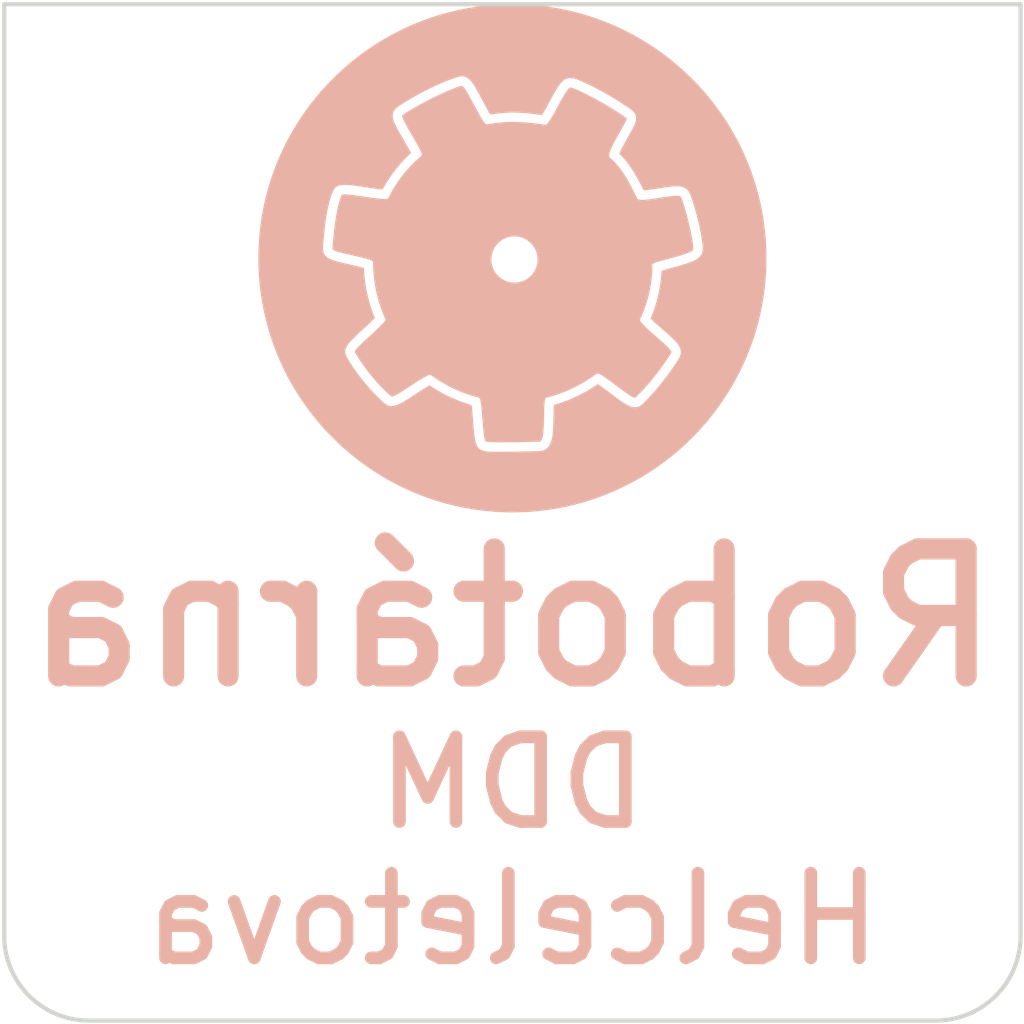
<source format=kicad_pcb>
(kicad_pcb (version 20171130) (host pcbnew 5.1.10-88a1d61d58~88~ubuntu20.04.1)

  (general
    (thickness 1.6)
    (drawings 9)
    (tracks 0)
    (zones 0)
    (modules 1)
    (nets 1)
  )

  (page A4)
  (layers
    (0 F.Cu signal)
    (31 B.Cu signal)
    (32 B.Adhes user)
    (33 F.Adhes user)
    (34 B.Paste user)
    (35 F.Paste user)
    (36 B.SilkS user)
    (37 F.SilkS user)
    (38 B.Mask user)
    (39 F.Mask user)
    (40 Dwgs.User user)
    (41 Cmts.User user)
    (42 Eco1.User user)
    (43 Eco2.User user)
    (44 Edge.Cuts user)
    (45 Margin user)
    (46 B.CrtYd user)
    (47 F.CrtYd user)
    (48 B.Fab user)
    (49 F.Fab user)
  )

  (setup
    (last_trace_width 0.25)
    (trace_clearance 0.2)
    (zone_clearance 0.508)
    (zone_45_only no)
    (trace_min 0.2)
    (via_size 0.8)
    (via_drill 0.4)
    (via_min_size 0.4)
    (via_min_drill 0.3)
    (uvia_size 0.3)
    (uvia_drill 0.1)
    (uvias_allowed no)
    (uvia_min_size 0.2)
    (uvia_min_drill 0.1)
    (edge_width 0.05)
    (segment_width 0.2)
    (pcb_text_width 0.3)
    (pcb_text_size 1.5 1.5)
    (mod_edge_width 0.12)
    (mod_text_size 1 1)
    (mod_text_width 0.15)
    (pad_size 1.524 1.524)
    (pad_drill 0.762)
    (pad_to_mask_clearance 0)
    (aux_axis_origin 0 0)
    (visible_elements FFFFFF7F)
    (pcbplotparams
      (layerselection 0x010fc_ffffffff)
      (usegerberextensions false)
      (usegerberattributes true)
      (usegerberadvancedattributes true)
      (creategerberjobfile true)
      (excludeedgelayer true)
      (linewidth 0.100000)
      (plotframeref false)
      (viasonmask false)
      (mode 1)
      (useauxorigin false)
      (hpglpennumber 1)
      (hpglpenspeed 20)
      (hpglpendiameter 15.000000)
      (psnegative false)
      (psa4output false)
      (plotreference true)
      (plotvalue true)
      (plotinvisibletext false)
      (padsonsilk false)
      (subtractmaskfromsilk false)
      (outputformat 1)
      (mirror false)
      (drillshape 1)
      (scaleselection 1)
      (outputdirectory ""))
  )

  (net 0 "")

  (net_class Default "This is the default net class."
    (clearance 0.2)
    (trace_width 0.25)
    (via_dia 0.8)
    (via_drill 0.4)
    (uvia_dia 0.3)
    (uvia_drill 0.1)
  )

  (module RoboCamp:RobotarnaLogo-6mm (layer B.Cu) (tedit 5FD6798D) (tstamp 60C0310A)
    (at 150 91)
    (descr "Imported from /home/xmrazek7/Stažené/robotarna_logo_pcb.svg")
    (tags svg2mod)
    (attr virtual)
    (fp_text reference svg2mod (at 0 6.048024) (layer B.SilkS) hide
      (effects (font (size 1.524 1.524) (thickness 0.3048)) (justify mirror))
    )
    (fp_text value G*** (at 0 -6.048024) (layer B.SilkS) hide
      (effects (font (size 1.524 1.524) (thickness 0.3048)) (justify mirror))
    )
    (fp_poly (pts (xy -0.189086 2.172622) (xy -0.248619 0.013868) (xy -0.244221 -0.035179) (xy -0.231546 -0.081341)
      (xy -0.211363 -0.123849) (xy -0.184443 -0.161931) (xy -0.151557 -0.194817) (xy -0.113474 -0.221737)
      (xy -0.070967 -0.24192) (xy -0.024805 -0.254595) (xy 0.024242 -0.258991) (xy 0.073288 -0.254595)
      (xy 0.119451 -0.24192) (xy 0.161958 -0.221737) (xy 0.20004 -0.194817) (xy 0.232927 -0.161931)
      (xy 0.259847 -0.123849) (xy 0.28003 -0.081341) (xy 0.292705 -0.035179) (xy 0.297102 0.013868)
      (xy 0.292706 0.062915) (xy 0.280031 0.109078) (xy 0.259848 0.151586) (xy 0.232928 0.189668)
      (xy 0.200041 0.222555) (xy 0.161959 0.249475) (xy 0.119451 0.269658) (xy 0.073289 0.282333)
      (xy 0.024242 0.28673) (xy -0.024805 0.282333) (xy -0.070968 0.269658) (xy -0.113475 0.249475)
      (xy -0.151558 0.222555) (xy -0.184444 0.189668) (xy -0.211364 0.151586) (xy -0.231547 0.109078)
      (xy -0.244222 0.062915) (xy -0.248619 0.013868) (xy -0.189086 2.172622) (xy -0.135651 2.173005)
      (xy -0.078019 2.17281) (xy -0.017967 2.172163) (xy 0.042729 2.171192) (xy 0.102292 2.170022)
      (xy 0.158945 2.168782) (xy 0.210913 2.167596) (xy 0.256417 2.166592) (xy 0.293682 2.165897)
      (xy 0.32093 2.165637) (xy 0.337879 2.157108) (xy 0.350612 2.133341) (xy 0.359778 2.097068)
      (xy 0.366025 2.051018) (xy 0.370001 1.997923) (xy 0.372356 1.940513) (xy 0.373737 1.881519)
      (xy 0.374794 1.823671) (xy 0.376174 1.7697) (xy 0.378527 1.722337) (xy 0.3825 1.684313)
      (xy 0.388743 1.658357) (xy 0.397903 1.647202) (xy 0.447699 1.634116) (xy 0.496994 1.619496)
      (xy 0.545752 1.603356) (xy 0.593942 1.585715) (xy 0.641527 1.566587) (xy 0.688475 1.54599)
      (xy 0.734751 1.523939) (xy 0.780321 1.50045) (xy 0.825151 1.47554) (xy 0.869207 1.449225)
      (xy 0.912456 1.421521) (xy 0.954862 1.392445) (xy 0.996392 1.362013) (xy 1.013334 1.361715)
      (xy 1.041997 1.374635) (xy 1.080023 1.398112) (xy 1.125053 1.429489) (xy 1.174729 1.466104)
      (xy 1.226691 1.505299) (xy 1.27858 1.544413) (xy 1.328039 1.580788) (xy 1.372708 1.611763)
      (xy 1.410229 1.63468) (xy 1.438243 1.646879) (xy 1.454391 1.645699) (xy 1.491331 1.608417)
      (xy 1.527571 1.570487) (xy 1.563104 1.53192) (xy 1.597921 1.492726) (xy 1.632014 1.452915)
      (xy 1.665376 1.412497) (xy 1.697997 1.371483) (xy 1.729871 1.329881) (xy 1.760989 1.287704)
      (xy 1.791342 1.24496) (xy 1.820924 1.20166) (xy 1.849726 1.157814) (xy 1.877739 1.113431)
      (xy 1.875451 1.09719) (xy 1.85774 1.072146) (xy 1.827672 1.040049) (xy 1.788314 1.002648)
      (xy 1.742734 0.961692) (xy 1.693999 0.91893) (xy 1.645176 0.876112) (xy 1.599331 0.834987)
      (xy 1.559533 0.797305) (xy 1.528848 0.764815) (xy 1.510343 0.739265) (xy 1.507085 0.722406)
      (xy 1.528603 0.674946) (xy 1.548451 0.626855) (xy 1.56662 0.578177) (xy 1.583099 0.528957)
      (xy 1.597878 0.479239) (xy 1.610948 0.429068) (xy 1.622299 0.378487) (xy 1.63192 0.327542)
      (xy 1.639802 0.276276) (xy 1.645935 0.224734) (xy 1.650308 0.172961) (xy 1.652913 0.121)
      (xy 1.653738 0.068896) (xy 1.665092 0.060185) (xy 1.696214 0.048632) (xy 1.742692 0.034697)
      (xy 1.800114 0.018839) (xy 1.864068 0.001518) (xy 1.930142 -0.016806) (xy 1.993924 -0.035673)
      (xy 2.051002 -0.054623) (xy 2.096965 -0.073196) (xy 2.1274 -0.090933) (xy 2.137896 -0.107375)
      (xy 2.134463 -0.147706) (xy 2.128781 -0.192143) (xy 2.121114 -0.239886) (xy 2.111727 -0.290134)
      (xy 2.100886 -0.342088) (xy 2.088855 -0.394949) (xy 2.075899 -0.447915) (xy 2.062283 -0.500188)
      (xy 2.048272 -0.550968) (xy 2.034131 -0.599454) (xy 2.020124 -0.644846) (xy 2.006516 -0.686346)
      (xy 1.993573 -0.723153) (xy 1.979249 -0.734445) (xy 1.949479 -0.738833) (xy 1.907322 -0.737688)
      (xy 1.85584 -0.732382) (xy 1.798093 -0.724285) (xy 1.737141 -0.71477) (xy 1.676045 -0.705206)
      (xy 1.617865 -0.696965) (xy 1.565661 -0.691419) (xy 1.522495 -0.689938) (xy 1.491425 -0.693894)
      (xy 1.475514 -0.704658) (xy 1.451599 -0.752047) (xy 1.428453 -0.798038) (xy 1.405655 -0.842694)
      (xy 1.382786 -0.886075) (xy 1.359425 -0.928243) (xy 1.335154 -0.969259) (xy 1.309551 -1.009185)
      (xy 1.282198 -1.048081) (xy 1.252674 -1.08601) (xy 1.220559 -1.123032) (xy 1.185434 -1.159209)
      (xy 1.146879 -1.194603) (xy 1.140976 -1.212326) (xy 1.146451 -1.242417) (xy 1.16113 -1.282298)
      (xy 1.182842 -1.329391) (xy 1.209412 -1.381119) (xy 1.238668 -1.434903) (xy 1.268437 -1.488166)
      (xy 1.296546 -1.53833) (xy 1.320823 -1.582817) (xy 1.339095 -1.619049) (xy 1.349188 -1.644449)
      (xy 1.348931 -1.656438) (xy 1.318491 -1.677945) (xy 1.283065 -1.701824) (xy 1.243361 -1.727615)
      (xy 1.200091 -1.754861) (xy 1.153962 -1.783099) (xy 1.105685 -1.811871) (xy 1.055969 -1.840717)
      (xy 1.005524 -1.869178) (xy 0.955059 -1.896792) (xy 0.905283 -1.923101) (xy 0.856907 -1.947645)
      (xy 0.81064 -1.969964) (xy 0.767191 -1.989598) (xy 0.727269 -2.006088) (xy 0.691585 -2.018973)
      (xy 0.675692 -2.0151) (xy 0.655999 -1.996387) (xy 0.633188 -1.96551) (xy 0.607943 -1.925144)
      (xy 0.580944 -1.877966) (xy 0.552874 -1.826651) (xy 0.524415 -1.773874) (xy 0.49625 -1.722313)
      (xy 0.46906 -1.674643) (xy 0.443527 -1.633539) (xy 0.420334 -1.601677) (xy 0.400163 -1.581733)
      (xy 0.383696 -1.576383) (xy 0.336632 -1.584127) (xy 0.289432 -1.590885) (xy 0.242112 -1.596656)
      (xy 0.194687 -1.60144) (xy 0.147172 -1.605233) (xy 0.099584 -1.608036) (xy 0.051937 -1.609845)
      (xy 0.004247 -1.61066) (xy -0.047376 -1.609923) (xy -0.098925 -1.607578) (xy -0.150364 -1.603628)
      (xy -0.201655 -1.598075) (xy -0.25276 -1.590922) (xy -0.303642 -1.582173) (xy -0.318666 -1.589456)
      (xy -0.338978 -1.613657) (xy -0.363511 -1.651376) (xy -0.391204 -1.699213) (xy -0.420992 -1.753768)
      (xy -0.451812 -1.811643) (xy -0.482599 -1.869437) (xy -0.512291 -1.923752) (xy -0.539824 -1.971186)
      (xy -0.564133 -2.008342) (xy -0.584155 -2.031818) (xy -0.598827 -2.038216) (xy -0.63794 -2.026058)
      (xy -0.681219 -2.010624) (xy -0.727959 -1.992304) (xy -0.777451 -1.971485) (xy -0.828989 -1.948557)
      (xy -0.881863 -1.923909) (xy -0.935368 -1.897928) (xy -0.988796 -1.871003) (xy -1.041439 -1.843524)
      (xy -1.09259 -1.815879) (xy -1.141541 -1.788456) (xy -1.187585 -1.761644) (xy -1.230014 -1.735831)
      (xy -1.268121 -1.711407) (xy -1.301199 -1.68876) (xy -1.302572 -1.675271) (xy -1.29278 -1.64765)
      (xy -1.274048 -1.608716) (xy -1.248601 -1.561287) (xy -1.218664 -1.50818) (xy -1.186462 -1.452215)
      (xy -1.15422 -1.39621) (xy -1.124163 -1.342983) (xy -1.098515 -1.295352) (xy -1.079503 -1.256136)
      (xy -1.06935 -1.228153) (xy -1.070282 -1.214222) (xy -1.108501 -1.181655) (xy -1.145548 -1.147876)
      (xy -1.181395 -1.112918) (xy -1.216018 -1.076813) (xy -1.24939 -1.039596) (xy -1.281485 -1.0013)
      (xy -1.312278 -0.961957) (xy -1.341742 -0.921601) (xy -1.369851 -0.880265) (xy -1.39658 -0.837982)
      (xy -1.421902 -0.794786) (xy -1.445792 -0.750709) (xy -1.468223 -0.705785) (xy -1.482519 -0.699902)
      (xy -1.514058 -0.699254) (xy -1.559381 -0.70279) (xy -1.615026 -0.709457) (xy -1.677534 -0.718205)
      (xy -1.743446 -0.72798) (xy -1.809302 -0.73773) (xy -1.871643 -0.746405) (xy -1.927007 -0.752952)
      (xy -1.971936 -0.756319) (xy -2.00297 -0.755455) (xy -2.01665 -0.749307) (xy -2.031671 -0.709582)
      (xy -2.045338 -0.665809) (xy -2.057718 -0.618655) (xy -2.06888 -0.568786) (xy -2.07889 -0.516869)
      (xy -2.087815 -0.463569) (xy -2.095722 -0.409554) (xy -2.10268 -0.355489) (xy -2.108754 -0.302041)
      (xy -2.114013 -0.249877) (xy -2.118524 -0.199662) (xy -2.122353 -0.152064) (xy -2.125568 -0.107748)
      (xy -2.115008 -0.096498) (xy -2.084763 -0.083937) (xy -2.039193 -0.070352) (xy -1.982657 -0.056033)
      (xy -1.919515 -0.041271) (xy -1.854127 -0.026354) (xy -1.790852 -0.011572) (xy -1.734049 0.002784)
      (xy -1.688079 0.016426) (xy -1.657299 0.029064) (xy -1.64607 0.040408) (xy -1.645304 0.090652)
      (xy -1.643011 0.140779) (xy -1.639198 0.190755) (xy -1.633872 0.240546) (xy -1.627041 0.290119)
      (xy -1.618713 0.339439) (xy -1.608893 0.388472) (xy -1.597591 0.437185) (xy -1.584813 0.485544)
      (xy -1.570566 0.533514) (xy -1.554858 0.581062) (xy -1.537697 0.628153) (xy -1.519089 0.674755)
      (xy -1.499042 0.720832) (xy -1.503132 0.735328) (xy -1.521566 0.759443) (xy -1.551466 0.791249)
      (xy -1.589954 0.828821) (xy -1.634149 0.870231) (xy -1.681176 0.913551) (xy -1.728154 0.956855)
      (xy -1.772205 0.998217) (xy -1.810452 1.035708) (xy -1.840015 1.067403) (xy -1.858016 1.091373)
      (xy -1.861578 1.105692) (xy -1.834611 1.150814) (xy -1.806572 1.195227) (xy -1.777477 1.238913)
      (xy -1.747341 1.281854) (xy -1.716178 1.324032) (xy -1.684003 1.365428) (xy -1.650831 1.406024)
      (xy -1.616677 1.445803) (xy -1.581555 1.484746) (xy -1.545481 1.522835) (xy -1.508469 1.560051)
      (xy -1.470534 1.596378) (xy -1.431691 1.631795) (xy -1.41595 1.632589) (xy -1.387707 1.621533)
      (xy -1.34945 1.600985) (xy -1.303669 1.5733) (xy -1.252853 1.540837) (xy -1.199492 1.505953)
      (xy -1.146074 1.471004) (xy -1.09509 1.438349) (xy -1.049028 1.410343) (xy -1.010379 1.389345)
      (xy -0.98163 1.377712) (xy -0.965272 1.3778) (xy -0.925163 1.406326) (xy -0.884268 1.433602)
      (xy -0.842617 1.459616) (xy -0.800239 1.484352) (xy -0.757164 1.507798) (xy -0.713422 1.529938)
      (xy -0.669043 1.55076) (xy -0.624057 1.570248) (xy -0.578493 1.58839) (xy -0.532382 1.60517)
      (xy -0.485753 1.620575) (xy -0.438637 1.634591) (xy -0.391062 1.647205) (xy -0.382157 1.661138)
      (xy -0.374548 1.695124) (xy -0.367933 1.74469) (xy -0.362004 1.805367) (xy -0.356457 1.872683)
      (xy -0.350986 1.942168) (xy -0.345286 2.009351) (xy -0.339052 2.06976) (xy -0.331978 2.118925)
      (xy -0.32376 2.152375) (xy -0.31409 2.16564) (xy -0.283863 2.169109) (xy -0.241379 2.171378)
      (xy -0.189086 2.172625) (xy -0.189086 2.172622)) (layer B.SilkS) (width 0))
    (fp_poly (pts (xy -0.000038 3.000001) (xy -0.190589 2.283197) (xy -0.135477 2.28358) (xy -0.076274 2.283385)
      (xy -0.014845 2.282738) (xy 0.046947 2.281767) (xy 0.107238 2.280597) (xy 0.164163 2.279356)
      (xy 0.215859 2.278171) (xy 0.260461 2.277167) (xy 0.296107 2.276472) (xy 0.32093 2.276212)
      (xy 0.369446 2.266215) (xy 0.408201 2.242911) (xy 0.43187 2.216496) (xy 0.446086 2.191571)
      (xy 0.462414 2.146691) (xy 0.47089 2.103476) (xy 0.476551 2.058265) (xy 0.480162 2.011062)
      (xy 0.482333 1.962597) (xy 0.48367 1.9136) (xy 0.484657 1.865073) (xy 0.485552 1.818739)
      (xy 0.486653 1.776406) (xy 0.488255 1.739885) (xy 0.489154 1.731472) (xy 0.539454 1.716135)
      (xy 0.589223 1.699324) (xy 0.638428 1.68105) (xy 0.687037 1.661327) (xy 0.735018 1.640168)
      (xy 0.782337 1.617586) (xy 0.828964 1.593594) (xy 0.874865 1.568206) (xy 0.920008 1.541433)
      (xy 0.96436 1.51329) (xy 1.00789 1.48379) (xy 1.018791 1.490246) (xy 1.049088 1.511181)
      (xy 1.083611 1.536246) (xy 1.121016 1.564131) (xy 1.159956 1.593526) (xy 1.199203 1.623185)
      (xy 1.238007 1.652117) (xy 1.275746 1.679396) (xy 1.311796 1.704098) (xy 1.345785 1.725505)
      (xy 1.381176 1.743637) (xy 1.429209 1.757607) (xy 1.457042 1.758321) (xy 1.492461 1.750265)
      (xy 1.529633 1.726714) (xy 1.532253 1.724333) (xy 1.567856 1.688444) (xy 1.602847 1.651958)
      (xy 1.637217 1.614887) (xy 1.670956 1.577242) (xy 1.704056 1.539035) (xy 1.736508 1.500276)
      (xy 1.768304 1.460978) (xy 1.799435 1.42115) (xy 1.829891 1.380804) (xy 1.859666 1.339951)
      (xy 1.888748 1.298603) (xy 1.917131 1.256771) (xy 1.944805 1.214465) (xy 1.971761 1.171698)
      (xy 1.973719 1.16847) (xy 1.988202 1.127652) (xy 1.988399 1.092098) (xy 1.981913 1.065566)
      (xy 1.958535 1.021666) (xy 1.933574 0.990701) (xy 1.905691 0.961759) (xy 1.874202 0.931502)
      (xy 1.839866 0.900145) (xy 1.803715 0.868099) (xy 1.76678 0.835775) (xy 1.730183 0.80369)
      (xy 1.695383 0.772784) (xy 1.663922 0.744116) (xy 1.637341 0.718739) (xy 1.630801 0.711596)
      (xy 1.649273 0.666484) (xy 1.666369 0.620865) (xy 1.682083 0.574776) (xy 1.696406 0.528252)
      (xy 1.709334 0.481332) (xy 1.720859 0.434053) (xy 1.730973 0.386451) (xy 1.739672 0.338563)
      (xy 1.746947 0.290428) (xy 1.752792 0.242081) (xy 1.7572 0.193561) (xy 1.760165 0.144903)
      (xy 1.760774 0.144675) (xy 1.796138 0.134685) (xy 1.836632 0.123626) (xy 1.880652 0.111703)
      (xy 1.926595 0.099125) (xy 1.972893 0.086103) (xy 2.018381 0.072661) (xy 2.062062 0.058713)
      (xy 2.102939 0.044176) (xy 2.140403 0.02885) (xy 2.176454 0.009674) (xy 2.215992 -0.023025)
      (xy 2.238618 -0.058593) (xy 2.248315 -0.113902) (xy 2.248315 -0.113981) (xy 2.244517 -0.160131)
      (xy 2.238504 -0.209231) (xy 2.230525 -0.260641) (xy 2.22083 -0.313722) (xy 2.209666 -0.367834)
      (xy 2.197285 -0.422337) (xy 2.183935 -0.476593) (xy 2.169865 -0.529961) (xy 2.155326 -0.581802)
      (xy 2.140565 -0.631476) (xy 2.125833 -0.678344) (xy 2.111379 -0.721765) (xy 2.097452 -0.761102)
      (xy 2.097375 -0.761181) (xy 2.068683 -0.805712) (xy 2.034234 -0.83101) (xy 2.00582 -0.842063)
      (xy 1.981992 -0.846806) (xy 1.939857 -0.849736) (xy 1.899232 -0.847864) (xy 1.856484 -0.843784)
      (xy 1.811835 -0.838021) (xy 1.766028 -0.831188) (xy 1.719805 -0.823893) (xy 1.674101 -0.816727)
      (xy 1.630548 -0.810247) (xy 1.590939 -0.805006) (xy 1.557066 -0.801562) (xy 1.54925 -0.801411)
      (xy 1.525983 -0.847553) (xy 1.502481 -0.893168) (xy 1.478375 -0.93822) (xy 1.453292 -0.982675)
      (xy 1.426862 -1.026495) (xy 1.398713 -1.069645) (xy 1.368474 -1.11209) (xy 1.335774 -1.153794)
      (xy 1.300242 -1.19472) (xy 1.261506 -1.234833) (xy 1.263014 -1.239119) (xy 1.27664 -1.269103)
      (xy 1.293949 -1.303861) (xy 1.313888 -1.341764) (xy 1.335401 -1.381187) (xy 1.357468 -1.420705)
      (xy 1.379225 -1.4594) (xy 1.399854 -1.496403) (xy 1.418537 -1.530846) (xy 1.43457 -1.562028)
      (xy 1.448003 -1.592108) (xy 1.45928 -1.630446) (xy 1.459676 -1.670734) (xy 1.447007 -1.707431)
      (xy 1.413599 -1.746053) (xy 1.413522 -1.74613) (xy 1.380686 -1.769455) (xy 1.343579 -1.794778)
      (xy 1.30276 -1.821698) (xy 1.258785 -1.849816) (xy 1.212211 -1.878732) (xy 1.163596 -1.908047)
      (xy 1.113496 -1.937361) (xy 1.062468 -1.966276) (xy 1.011071 -1.994391) (xy 0.95986 -2.021308)
      (xy 0.909393 -2.046626) (xy 0.860228 -2.069946) (xy 0.81292 -2.090869) (xy 0.768028 -2.108995)
      (xy 0.726109 -2.123925) (xy 0.72558 -2.124079) (xy 0.669928 -2.128408) (xy 0.628087 -2.115136)
      (xy 0.602598 -2.098677) (xy 0.58494 -2.082365) (xy 0.557488 -2.050191) (xy 0.534126 -2.015991)
      (xy 0.510935 -1.978311) (xy 0.487708 -1.937817) (xy 0.464482 -1.895556) (xy 0.441294 -1.852574)
      (xy 0.4183 -1.81006) (xy 0.396076 -1.769693) (xy 0.375282 -1.733258) (xy 0.356579 -1.702539)
      (xy 0.347634 -1.690131) (xy 0.298937 -1.697221) (xy 0.25015 -1.703658) (xy 0.201277 -1.7093)
      (xy 0.152323 -1.714006) (xy 0.103292 -1.717635) (xy 0.054188 -1.720047) (xy 0.005017 -1.7211)
      (xy 0.004408 -1.7211) (xy -0.040012 -1.720246) (xy -0.084347 -1.717745) (xy -0.128599 -1.713864)
      (xy -0.172768 -1.708869) (xy -0.216855 -1.703025) (xy -0.26086 -1.6966) (xy -0.268903 -1.708638)
      (xy -0.287728 -1.740876) (xy -0.308643 -1.778553) (xy -0.33098 -1.819947) (xy -0.354069 -1.863335)
      (xy -0.377313 -1.90708) (xy -0.400415 -1.949946) (xy -0.423158 -1.990811) (xy -0.445323 -2.028554)
      (xy -0.466839 -2.062343) (xy -0.490424 -2.093498) (xy -0.525603 -2.126122) (xy -0.548968 -2.139397)
      (xy -0.5836 -2.148756) (xy -0.628733 -2.144616) (xy -0.628884 -2.144539) (xy -0.670646 -2.131779)
      (xy -0.715148 -2.116408) (xy -0.761924 -2.098696) (xy -0.810508 -2.078915) (xy -0.860437 -2.057335)
      (xy -0.911245 -2.034228) (xy -0.962467 -2.009863) (xy -1.013638 -1.984513) (xy -1.064293 -1.958446)
      (xy -1.113968 -1.931935) (xy -1.162197 -1.90525) (xy -1.208515 -1.878662) (xy -1.252457 -1.852442)
      (xy -1.293559 -1.82686) (xy -1.331356 -1.802187) (xy -1.365381 -1.778694) (xy -1.396242 -1.745263)
      (xy -1.410633 -1.71157) (xy -1.413414 -1.669101) (xy -1.403116 -1.625802) (xy -1.389276 -1.592218)
      (xy -1.372372 -1.558003) (xy -1.352493 -1.520574) (xy -1.330307 -1.480627) (xy -1.306622 -1.439059)
      (xy -1.282245 -1.396766) (xy -1.258035 -1.354739) (xy -1.235016 -1.314353) (xy -1.214245 -1.277082)
      (xy -1.196779 -1.2444) (xy -1.195954 -1.242548) (xy -1.232412 -1.208293) (xy -1.267762 -1.172983)
      (xy -1.301978 -1.136642) (xy -1.335035 -1.099292) (xy -1.366905 -1.060957) (xy -1.397565 -1.021659)
      (xy -1.426989 -0.981422) (xy -1.45515 -0.940267) (xy -1.482023 -0.898219) (xy -1.507584 -0.855301)
      (xy -1.531805 -0.811534) (xy -1.547966 -0.812592) (xy -1.586289 -0.817065) (xy -1.630094 -0.822957)
      (xy -1.677616 -0.829812) (xy -1.727092 -0.837172) (xy -1.776858 -0.844578) (xy -1.825666 -0.851589)
      (xy -1.872374 -0.857781) (xy -1.915839 -0.862731) (xy -1.955148 -0.866055) (xy -1.992286 -0.866779)
      (xy -2.035282 -0.861434) (xy -2.059666 -0.854211) (xy -2.090245 -0.834676) (xy -2.118568 -0.791981)
      (xy -2.118645 -0.79183) (xy -2.135396 -0.748327) (xy -2.150409 -0.702309) (xy -2.163797 -0.654219)
      (xy -2.175671 -0.6045) (xy -2.186144 -0.553595) (xy -2.195329 -0.501948) (xy -2.203338 -0.450001)
      (xy -2.210283 -0.398199) (xy -2.216277 -0.346984) (xy -2.221432 -0.2968) (xy -2.225861 -0.248089)
      (xy -2.229676 -0.201296) (xy -2.23299 -0.156863) (xy -2.235914 -0.115233) (xy -2.235914 -0.115156)
      (xy -2.235914 -0.115079) (xy -2.22907 -0.064562) (xy -2.208978 -0.031421) (xy -2.188708 -0.012701)
      (xy -2.150297 0.00955) (xy -2.11703 0.022247) (xy -2.081819 0.03286) (xy -2.04271 0.043323)
      (xy -2.000548 0.053695) (xy -1.956421 0.064004) (xy -1.911413 0.074278) (xy -1.867194 0.084392)
      (xy -1.824939 0.094283) (xy -1.78627 0.103755) (xy -1.752808 0.112613) (xy -1.749961 0.163472)
      (xy -1.745647 0.214203) (xy -1.739872 0.26477) (xy -1.732645 0.315135) (xy -1.723971 0.365262)
      (xy -1.713859 0.415114) (xy -1.702315 0.464653) (xy -1.689346 0.513843) (xy -1.67496 0.562646)
      (xy -1.659164 0.611026) (xy -1.641964 0.658946) (xy -1.623368 0.706367) (xy -1.630058 0.71367)
      (xy -1.656328 0.739469) (xy -1.687025 0.768548) (xy -1.720735 0.79986) (xy -1.75604 0.832359)
      (xy -1.791588 0.865072) (xy -1.826302 0.89735) (xy -1.859185 0.928628) (xy -1.889238 0.958341)
      (xy -1.915661 0.986104) (xy -1.939 1.014192) (xy -1.9614 1.051249) (xy -1.970558 1.074676)
      (xy -1.974152 1.109998) (xy -1.959672 1.157162) (xy -1.957193 1.161527) (xy -1.930943 1.20553)
      (xy -1.903699 1.248922) (xy -1.875476 1.291685) (xy -1.846292 1.333798) (xy -1.816163 1.37524)
      (xy -1.785105 1.415991) (xy -1.753135 1.456031) (xy -1.72027 1.495339) (xy -1.686527 1.533895)
      (xy -1.651921 1.571679) (xy -1.616469 1.608671) (xy -1.580189 1.64485) (xy -1.543096 1.680195)
      (xy -1.505206 1.714686) (xy -1.504153 1.715745) (xy -1.465752 1.738819) (xy -1.432185 1.745182)
      (xy -1.406961 1.743632) (xy -1.362762 1.731673) (xy -1.328295 1.71595) (xy -1.294134 1.697094)
      (xy -1.257545 1.67521) (xy -1.21899 1.65097) (xy -1.179183 1.625212) (xy -1.138836 1.598775)
      (xy -1.098779 1.572555) (xy -1.060275 1.54765) (xy -1.024688 1.525193) (xy -0.993386 1.506317)
      (xy -0.978352 1.498432) (xy -0.936437 1.526105) (xy -0.893779 1.552526) (xy -0.850408 1.577686)
      (xy -0.806353 1.601575) (xy -0.761643 1.624182) (xy -0.716308 1.645498) (xy -0.670376 1.665513)
      (xy -0.623876 1.684216) (xy -0.576838 1.701597) (xy -0.529292 1.717647) (xy -0.481265 1.732355)
      (xy -0.479307 1.744685) (xy -0.475354 1.781229) (xy -0.471509 1.823197) (xy -0.467729 1.868849)
      (xy -0.463972 1.916445) (xy -0.460181 1.964345) (xy -0.456212 2.011313) (xy -0.451895 2.05621)
      (xy -0.447059 2.097898) (xy -0.441511 2.135461) (xy -0.43383 2.170812) (xy -0.418495 2.211254)
      (xy -0.405366 2.23311) (xy -0.379012 2.257859) (xy -0.331976 2.274995) (xy -0.289928 2.280216)
      (xy -0.24378 2.282579) (xy -0.190585 2.283567) (xy -0.190589 2.283197) (xy -0.000038 3.000001)
      (xy -0.050147 2.99959) (xy -0.100059 2.998364) (xy -0.149765 2.996328) (xy -0.199261 2.993489)
      (xy -0.248539 2.989853) (xy -0.297593 2.985427) (xy -0.346417 2.980217) (xy -0.395004 2.974229)
      (xy -0.443348 2.96747) (xy -0.491443 2.959945) (xy -0.539282 2.951663) (xy -0.586859 2.942628)
      (xy -0.634168 2.932847) (xy -0.681202 2.922327) (xy -0.727955 2.911074) (xy -0.77442 2.899094)
      (xy -0.820591 2.886393) (xy -0.866463 2.872979) (xy -0.912027 2.858857) (xy -0.957278 2.844033)
      (xy -1.002211 2.828515) (xy -1.046817 2.812308) (xy -1.091091 2.795419) (xy -1.135027 2.777854)
      (xy -1.178618 2.75962) (xy -1.221858 2.740723) (xy -1.26474 2.721168) (xy -1.307259 2.700964)
      (xy -1.349407 2.680116) (xy -1.391178 2.658629) (xy -1.432567 2.636512) (xy -1.473566 2.61377)
      (xy -1.514169 2.590409) (xy -1.554371 2.566436) (xy -1.594163 2.541857) (xy -1.633541 2.516679)
      (xy -1.672498 2.490908) (xy -1.711027 2.46455) (xy -1.749122 2.437612) (xy -1.786777 2.4101)
      (xy -1.823986 2.38202) (xy -1.860741 2.353379) (xy -1.897037 2.324183) (xy -1.932867 2.294438)
      (xy -1.968225 2.264151) (xy -2.003104 2.233329) (xy -2.037499 2.201977) (xy -2.071402 2.170102)
      (xy -2.104808 2.137711) (xy -2.13771 2.104809) (xy -2.170102 2.071403) (xy -2.201976 2.0375)
      (xy -2.233328 2.003105) (xy -2.264151 1.968226) (xy -2.294437 1.932868) (xy -2.324182 1.897038)
      (xy -2.353378 1.860742) (xy -2.382019 1.823986) (xy -2.410099 1.786778) (xy -2.437611 1.749123)
      (xy -2.464549 1.711028) (xy -2.490907 1.672499) (xy -2.516678 1.633542) (xy -2.541857 1.594164)
      (xy -2.566435 1.554371) (xy -2.590408 1.51417) (xy -2.613769 1.473567) (xy -2.636511 1.432567)
      (xy -2.658629 1.391179) (xy -2.680115 1.349408) (xy -2.700963 1.307259) (xy -2.721168 1.264741)
      (xy -2.740722 1.221859) (xy -2.759619 1.178619) (xy -2.777853 1.135028) (xy -2.795418 1.091092)
      (xy -2.812307 1.046818) (xy -2.828514 1.002211) (xy -2.844032 0.957279) (xy -2.858856 0.912028)
      (xy -2.872978 0.866463) (xy -2.886392 0.820592) (xy -2.899093 0.774421) (xy -2.911073 0.727955)
      (xy -2.922326 0.681203) (xy -2.932846 0.634169) (xy -2.942627 0.58686) (xy -2.951662 0.539283)
      (xy -2.959945 0.491444) (xy -2.967469 0.443349) (xy -2.974228 0.395005) (xy -2.980216 0.346417)
      (xy -2.985426 0.297594) (xy -2.989852 0.248539) (xy -2.993488 0.199262) (xy -2.996327 0.149766)
      (xy -2.998363 0.100059) (xy -2.999589 0.050148) (xy -3 0.000038) (xy -2.999591 -0.050072)
      (xy -2.998365 -0.099985) (xy -2.996331 -0.149692) (xy -2.993493 -0.199188) (xy -2.989858 -0.248467)
      (xy -2.985433 -0.297522) (xy -2.980224 -0.346347) (xy -2.974237 -0.394935) (xy -2.967479 -0.44328)
      (xy -2.959956 -0.491376) (xy -2.951674 -0.539216) (xy -2.94264 -0.586795) (xy -2.93286 -0.634104)
      (xy -2.922341 -0.681139) (xy -2.911088 -0.727893) (xy -2.899109 -0.774359) (xy -2.886409 -0.820531)
      (xy -2.872995 -0.866403) (xy -2.858874 -0.911969) (xy -2.844051 -0.957221) (xy -2.828534 -1.002155)
      (xy -2.812327 -1.046762) (xy -2.795439 -1.091037) (xy -2.777875 -1.134974) (xy -2.759641 -1.178566)
      (xy -2.740744 -1.221807) (xy -2.72119 -1.26469) (xy -2.700986 -1.30721) (xy -2.680138 -1.349359)
      (xy -2.658652 -1.391131) (xy -2.636535 -1.432521) (xy -2.613794 -1.473521) (xy -2.590433 -1.514125)
      (xy -2.56646 -1.554328) (xy -2.541882 -1.594121) (xy -2.516704 -1.6335) (xy -2.490933 -1.672458)
      (xy -2.464575 -1.710988) (xy -2.437637 -1.749084) (xy -2.410125 -1.78674) (xy -2.382045 -1.82395)
      (xy -2.353404 -1.860706) (xy -2.324208 -1.897003) (xy -2.294464 -1.932834) (xy -2.264177 -1.968193)
      (xy -2.233355 -2.003073) (xy -2.202003 -2.037469) (xy -2.170128 -2.071373) (xy -2.137737 -2.10478)
      (xy -2.104835 -2.137683) (xy -2.071429 -2.170075) (xy -2.037525 -2.201951) (xy -2.00313 -2.233303)
      (xy -1.968251 -2.264127) (xy -1.932893 -2.294414) (xy -1.897062 -2.324159) (xy -1.860766 -2.353356)
      (xy -1.824011 -2.381998) (xy -1.786802 -2.410079) (xy -1.749147 -2.437592) (xy -1.711051 -2.464531)
      (xy -1.672522 -2.49089) (xy -1.633565 -2.516662) (xy -1.594186 -2.541841) (xy -1.554393 -2.56642)
      (xy -1.514192 -2.590394) (xy -1.473588 -2.613755) (xy -1.432588 -2.636498) (xy -1.391199 -2.658616)
      (xy -1.349427 -2.680103) (xy -1.307279 -2.700952) (xy -1.26476 -2.721157) (xy -1.221877 -2.740712)
      (xy -1.178637 -2.75961) (xy -1.135045 -2.777845) (xy -1.091108 -2.79541) (xy -1.046834 -2.812299)
      (xy -1.002227 -2.828507) (xy -0.957294 -2.844026) (xy -0.912042 -2.858849) (xy -0.866477 -2.872972)
      (xy -0.820605 -2.886387) (xy -0.774433 -2.899088) (xy -0.727967 -2.911068) (xy -0.681213 -2.922322)
      (xy -0.634179 -2.932842) (xy -0.586869 -2.942623) (xy -0.539291 -2.951658) (xy -0.491451 -2.959941)
      (xy -0.443356 -2.967466) (xy -0.395011 -2.974225) (xy -0.346423 -2.980213) (xy -0.297598 -2.985424)
      (xy -0.248543 -2.98985) (xy -0.199264 -2.993486) (xy -0.149768 -2.996325) (xy -0.100061 -2.998361)
      (xy -0.050148 -2.999587) (xy -0.000038 -2.999998) (xy 0.050074 -2.999589) (xy 0.099987 -2.998363)
      (xy 0.149695 -2.996329) (xy 0.199193 -2.993491) (xy 0.248472 -2.989856) (xy 0.297528 -2.985431)
      (xy 0.346354 -2.980221) (xy 0.394943 -2.974234) (xy 0.443289 -2.967476) (xy 0.491385 -2.959953)
      (xy 0.539226 -2.951671) (xy 0.586805 -2.942636) (xy 0.634116 -2.932856) (xy 0.681151 -2.922336)
      (xy 0.727906 -2.911084) (xy 0.774373 -2.899104) (xy 0.820546 -2.886404) (xy 0.866419 -2.87299)
      (xy 0.911985 -2.858868) (xy 0.957238 -2.844045) (xy 1.002172 -2.828527) (xy 1.04678 -2.81232)
      (xy 1.091056 -2.795431) (xy 1.134993 -2.777866) (xy 1.178586 -2.759632) (xy 1.221827 -2.740734)
      (xy 1.264711 -2.72118) (xy 1.307231 -2.700975) (xy 1.349381 -2.680127) (xy 1.391154 -2.65864)
      (xy 1.432544 -2.636523) (xy 1.473544 -2.61378) (xy 1.514149 -2.590419) (xy 1.554352 -2.566446)
      (xy 1.594146 -2.541866) (xy 1.633525 -2.516688) (xy 1.672483 -2.490916) (xy 1.711014 -2.464557)
      (xy 1.74911 -2.437619) (xy 1.786766 -2.410106) (xy 1.823976 -2.382025) (xy 1.860732 -2.353383)
      (xy 1.89703 -2.324186) (xy 1.932861 -2.294441) (xy 1.96822 -2.264154) (xy 2.003101 -2.23333)
      (xy 2.037496 -2.201978) (xy 2.071401 -2.170102) (xy 2.104808 -2.137709) (xy 2.137711 -2.104806)
      (xy 2.170103 -2.0714) (xy 2.201979 -2.037495) (xy 2.233332 -2.003099) (xy 2.264155 -1.968219)
      (xy 2.294442 -1.93286) (xy 2.324188 -1.897028) (xy 2.353384 -1.860731) (xy 2.382026 -1.823975)
      (xy 2.410107 -1.786765) (xy 2.43762 -1.749109) (xy 2.464559 -1.711012) (xy 2.490917 -1.672482)
      (xy 2.516689 -1.633524) (xy 2.541868 -1.594145) (xy 2.566447 -1.55435) (xy 2.59042 -1.514148)
      (xy 2.613781 -1.473543) (xy 2.636524 -1.432542) (xy 2.658642 -1.391152) (xy 2.680128 -1.349379)
      (xy 2.700977 -1.30723) (xy 2.721181 -1.26471) (xy 2.740736 -1.221826) (xy 2.759633 -1.178585)
      (xy 2.777867 -1.134992) (xy 2.795432 -1.091054) (xy 2.812321 -1.046779) (xy 2.828528 -1.002171)
      (xy 2.844046 -0.957237) (xy 2.858869 -0.911984) (xy 2.872991 -0.866418) (xy 2.886405 -0.820545)
      (xy 2.899105 -0.774372) (xy 2.911085 -0.727905) (xy 2.922338 -0.68115) (xy 2.932858 -0.634115)
      (xy 2.942638 -0.586804) (xy 2.951672 -0.539225) (xy 2.959954 -0.491385) (xy 2.967478 -0.443288)
      (xy 2.974236 -0.394942) (xy 2.980223 -0.346353) (xy 2.985433 -0.297527) (xy 2.989858 -0.248472)
      (xy 2.993493 -0.199192) (xy 2.996331 -0.149695) (xy 2.998365 -0.099986) (xy 2.999591 -0.050073)
      (xy 3 0.000038) (xy 2.999589 0.050149) (xy 2.998363 0.100061) (xy 2.996327 0.149769)
      (xy 2.993488 0.199265) (xy 2.989852 0.248544) (xy 2.985426 0.297599) (xy 2.980215 0.346423)
      (xy 2.974227 0.395011) (xy 2.967468 0.443356) (xy 2.959943 0.491452) (xy 2.95166 0.539292)
      (xy 2.942625 0.58687) (xy 2.932844 0.634179) (xy 2.922323 0.681214) (xy 2.91107 0.727967)
      (xy 2.899089 0.774433) (xy 2.886388 0.820605) (xy 2.872974 0.866477) (xy 2.858851 0.912042)
      (xy 2.844027 0.957294) (xy 2.828508 1.002227) (xy 2.812301 1.046834) (xy 2.795412 1.091109)
      (xy 2.777846 1.135045) (xy 2.759611 1.178637) (xy 2.740713 1.221877) (xy 2.721159 1.26476)
      (xy 2.700953 1.307279) (xy 2.680104 1.349428) (xy 2.658618 1.391199) (xy 2.6365 1.432588)
      (xy 2.613757 1.473588) (xy 2.590395 1.514192) (xy 2.566422 1.554393) (xy 2.541842 1.594187)
      (xy 2.516663 1.633565) (xy 2.490891 1.672522) (xy 2.464532 1.711051) (xy 2.437593 1.749147)
      (xy 2.41008 1.786802) (xy 2.382 1.824011) (xy 2.353358 1.860766) (xy 2.324161 1.897062)
      (xy 2.294416 1.932893) (xy 2.264128 1.968251) (xy 2.233305 2.00313) (xy 2.201952 2.037525)
      (xy 2.170076 2.071429) (xy 2.137684 2.104835) (xy 2.104781 2.137737) (xy 2.071374 2.170128)
      (xy 2.03747 2.202003) (xy 2.003074 2.233355) (xy 1.968194 2.264177) (xy 1.932835 2.294464)
      (xy 1.897004 2.324208) (xy 1.860707 2.353404) (xy 1.823951 2.382045) (xy 1.786742 2.410125)
      (xy 1.749086 2.437637) (xy 1.71099 2.464575) (xy 1.672459 2.490933) (xy 1.633502 2.516704)
      (xy 1.594123 2.541882) (xy 1.554329 2.566461) (xy 1.514127 2.590433) (xy 1.473522 2.613794)
      (xy 1.432522 2.636536) (xy 1.391133 2.658653) (xy 1.34936 2.680138) (xy 1.307211 2.700986)
      (xy 1.264692 2.72119) (xy 1.221808 2.740744) (xy 1.178567 2.759641) (xy 1.134975 2.777875)
      (xy 1.091038 2.795439) (xy 1.046763 2.812327) (xy 1.002156 2.828534) (xy 0.957222 2.844051)
      (xy 0.91197 2.858874) (xy 0.866405 2.872996) (xy 0.820532 2.886409) (xy 0.77436 2.899109)
      (xy 0.727894 2.911088) (xy 0.68114 2.922341) (xy 0.634105 2.93286) (xy 0.586795 2.94264)
      (xy 0.539217 2.951674) (xy 0.491377 2.959956) (xy 0.443281 2.967479) (xy 0.394936 2.974237)
      (xy 0.346348 2.980224) (xy 0.297523 2.985433) (xy 0.248468 2.989859) (xy 0.199189 2.993493)
      (xy 0.149693 2.996331) (xy 0.099985 2.998366) (xy 0.050073 2.999591) (xy -0.000038 3.000001)) (layer B.SilkS) (width 0))
  )

  (gr_poly (pts (xy 156 100) (xy 144 100) (xy 144 88) (xy 156 88)) (layer F.Mask) (width 0.1))
  (gr_arc (start 145 99) (end 144 99) (angle -90) (layer Edge.Cuts) (width 0.05) (tstamp 60C03143))
  (gr_arc (start 155 99) (end 155 100) (angle -90) (layer Edge.Cuts) (width 0.05))
  (gr_text Robotárna (at 150 95.25) (layer B.SilkS)
    (effects (font (size 1.5 1.5) (thickness 0.25)) (justify mirror))
  )
  (gr_text "DDM\nHelceletova" (at 150 98) (layer B.SilkS)
    (effects (font (size 1 1) (thickness 0.15)) (justify mirror))
  )
  (gr_line (start 156 88) (end 144 88) (layer Edge.Cuts) (width 0.05) (tstamp 60C03117))
  (gr_line (start 156 99) (end 156 88) (layer Edge.Cuts) (width 0.05))
  (gr_line (start 145 100) (end 155 100) (layer Edge.Cuts) (width 0.05))
  (gr_line (start 144 88) (end 144 99) (layer Edge.Cuts) (width 0.05))

)

</source>
